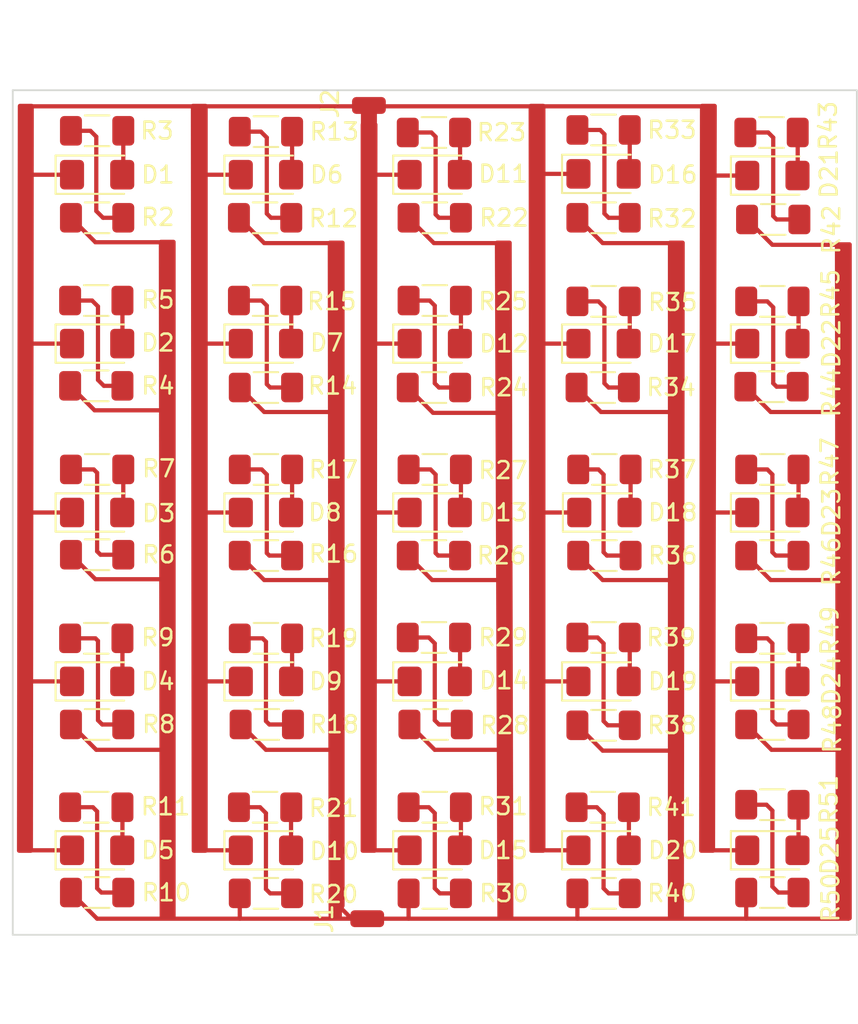
<source format=kicad_pcb>
(kicad_pcb (version 20221018) (generator pcbnew)
  (layers (0 "F.Cu" signal) (31 "B.Cu" signal) (34 "B.Paste" user) (35 "F.Paste" user) (36 "B.SilkS" user "B.Silkscreen") (37 "F.SilkS" user "F.Silkscreen") (38 "B.Mask" user) (39 "F.Mask" user) (44 "Edge.Cuts" user))
  (net 0 "")
  (net 1 "GND")
  (net 2 "Net-(D1-A)")
  (net 3 "Net-(D2-A)")
  (net 4 "Net-(D3-A)")
  (net 5 "Net-(D4-A)")
  (net 6 "Net-(D5-A)")
  (net 7 "Net-(D6-A)")
  (net 8 "Net-(D7-A)")
  (net 9 "Net-(D8-A)")
  (net 10 "Net-(D9-A)")
  (net 11 "Net-(D10-A)")
  (net 12 "Net-(D11-A)")
  (net 13 "Net-(D12-A)")
  (net 14 "Net-(D13-A)")
  (net 15 "Net-(D14-A)")
  (net 16 "Net-(D15-A)")
  (net 17 "Net-(D16-A)")
  (net 18 "Net-(D17-A)")
  (net 19 "Net-(D18-A)")
  (net 20 "Net-(D19-A)")
  (net 21 "Net-(D20-A)")
  (net 22 "Net-(R2-Pad2)")
  (net 23 "Net-(R4-Pad2)")
  (net 24 "Net-(R6-Pad2)")
  (net 25 "Net-(R8-Pad2)")
  (net 26 "Net-(R10-Pad2)")
  (net 27 "Net-(R12-Pad2)")
  (net 28 "Net-(R14-Pad2)")
  (net 29 "Net-(R16-Pad2)")
  (net 30 "Net-(R18-Pad2)")
  (net 31 "Net-(R20-Pad2)")
  (net 32 "Net-(R22-Pad2)")
  (net 33 "Net-(R24-Pad2)")
  (net 34 "Net-(R26-Pad2)")
  (net 35 "Net-(R28-Pad2)")
  (net 36 "Net-(R30-Pad2)")
  (net 37 "Net-(R32-Pad2)")
  (net 38 "Net-(R34-Pad2)")
  (net 39 "Net-(R36-Pad2)")
  (net 40 "Net-(R38-Pad2)")
  (net 41 "Net-(R40-Pad2)")
  (net 42 "Net-(D21-A)")
  (net 43 "Net-(D22-A)")
  (net 44 "Net-(D23-A)")
  (net 45 "Net-(D24-A)")
  (net 46 "Net-(D25-A)")
  (net 47 "Net-(R42-Pad2)")
  (net 48 "Net-(R44-Pad2)")
  (net 49 "Net-(R46-Pad2)")
  (net 50 "Net-(R48-Pad2)")
  (net 51 "Net-(R50-Pad2)")
  (net 52 "+5V")
  (footprint "Resistor_SMD:R_1206_3216Metric_Pad1.30x1.75mm_HandSolder" (layer "F.Cu") (at 104.95 72.45)
    (fp_text reference "R5")
    (fp_text value "500")
  )
  (footprint "Resistor_SMD:R_1206_3216Metric_Pad1.30x1.75mm_HandSolder" (layer "F.Cu") (at 105 87.5)
    (fp_text reference "R6")
    (fp_text value "0")
  )
  (footprint "Diode_SMD:D_1206_3216Metric_Pad1.42x1.75mm_HandSolder" (layer "F.Cu") (at 105 75)
    (fp_text reference "D2")
    (fp_text value "LED")
  )
  (footprint "Connector_Wire:SolderWirePad_1x01_SMD_1x2mm" (layer "F.Cu") (at 121 109.05 90)
    (fp_text reference "J1")
    (fp_text value "Conn_01x01_Pin")
  )
  (footprint "Resistor_SMD:R_1206_3216Metric_Pad1.30x1.75mm_HandSolder" (layer "F.Cu") (at 135 107.55)
    (fp_text reference "R40")
    (fp_text value "0")
  )
  (footprint "Diode_SMD:D_1206_3216Metric_Pad1.42x1.75mm_HandSolder" (layer "F.Cu") (at 135 64.95)
    (fp_text reference "D16")
    (fp_text value "LED")
  )
  (footprint "Diode_SMD:D_1206_3216Metric_Pad1.42x1.75mm_HandSolder" (layer "F.Cu") (at 135 105)
    (fp_text reference "D20")
    (fp_text value "LED")
  )
  (footprint "Resistor_SMD:R_1206_3216Metric_Pad1.30x1.75mm_HandSolder" (layer "F.Cu") (at 105 62.4)
    (fp_text reference "R3")
    (fp_text value "500")
  )
  (footprint "Resistor_SMD:R_1206_3216Metric_Pad1.30x1.75mm_HandSolder" (layer "F.Cu") (at 115 107.55)
    (fp_text reference "R20")
    (fp_text value "0")
  )
  (footprint "Diode_SMD:D_1206_3216Metric_Pad1.42x1.75mm_HandSolder" (layer "F.Cu") (at 145 105)
    (fp_text reference "D25")
    (fp_text value "LED")
  )
  (footprint "Diode_SMD:D_1206_3216Metric_Pad1.42x1.75mm_HandSolder" (layer "F.Cu") (at 105 65)
    (fp_text reference "D1")
    (fp_text value "LED")
  )
  (footprint "Connector_Wire:SolderWirePad_1x01_SMD_1x2mm" (layer "F.Cu") (at 121.1 60.9 90)
    (fp_text reference "J2")
    (fp_text value "Conn_01x01_Pin")
  )
  (footprint "Resistor_SMD:R_1206_3216Metric_Pad1.30x1.75mm_HandSolder" (layer "F.Cu") (at 115 92.45)
    (fp_text reference "R19")
    (fp_text value "500")
  )
  (footprint "Resistor_SMD:R_1206_3216Metric_Pad1.30x1.75mm_HandSolder" (layer "F.Cu") (at 105 67.55)
    (fp_text reference "R2")
    (fp_text value "0")
  )
  (footprint "Diode_SMD:D_1206_3216Metric_Pad1.42x1.75mm_HandSolder" (layer "F.Cu") (at 125 75)
    (fp_text reference "D12")
    (fp_text value "LED")
  )
  (footprint "Resistor_SMD:R_1206_3216Metric_Pad1.30x1.75mm_HandSolder" (layer "F.Cu") (at 125 107.55)
    (fp_text reference "R30")
    (fp_text value "0")
  )
  (footprint "Diode_SMD:D_1206_3216Metric_Pad1.42x1.75mm_HandSolder" (layer "F.Cu") (at 105 95)
    (fp_text reference "D4")
    (fp_text value "LED")
  )
  (footprint "Diode_SMD:D_1206_3216Metric_Pad1.42x1.75mm_HandSolder" (layer "F.Cu") (at 135 95)
    (fp_text reference "D19")
    (fp_text value "LED")
  )
  (footprint "Resistor_SMD:R_1206_3216Metric_Pad1.30x1.75mm_HandSolder" (layer "F.Cu") (at 124.95 92.4)
    (fp_text reference "R29")
    (fp_text value "500")
  )
  (footprint "Diode_SMD:D_1206_3216Metric_Pad1.42x1.75mm_HandSolder" (layer "F.Cu") (at 145 75)
    (fp_text reference "D22")
    (fp_text value "LED")
  )
  (footprint "Resistor_SMD:R_1206_3216Metric_Pad1.30x1.75mm_HandSolder" (layer "F.Cu") (at 135 97.6)
    (fp_text reference "R38")
    (fp_text value "0")
  )
  (footprint "Resistor_SMD:R_1206_3216Metric_Pad1.30x1.75mm_HandSolder" (layer "F.Cu") (at 125 72.45)
    (fp_text reference "R25")
    (fp_text value "500")
  )
  (footprint "Resistor_SMD:R_1206_3216Metric_Pad1.30x1.75mm_HandSolder" (layer "F.Cu") (at 125 82.45)
    (fp_text reference "R27")
    (fp_text value "500")
  )
  (footprint "Diode_SMD:D_1206_3216Metric_Pad1.42x1.75mm_HandSolder" (layer "F.Cu") (at 145 65.05)
    (fp_text reference "D21")
    (fp_text value "LED")
  )
  (footprint "Resistor_SMD:R_1206_3216Metric_Pad1.30x1.75mm_HandSolder" (layer "F.Cu") (at 104.95 77.5)
    (fp_text reference "R4")
    (fp_text value "0")
  )
  (footprint "Resistor_SMD:R_1206_3216Metric_Pad1.30x1.75mm_HandSolder" (layer "F.Cu") (at 115 62.45)
    (fp_text reference "R13")
    (fp_text value "500")
  )
  (footprint "Diode_SMD:D_1206_3216Metric_Pad1.42x1.75mm_HandSolder" (layer "F.Cu") (at 115 65)
    (fp_text reference "D6")
    (fp_text value "LED")
  )
  (footprint "Diode_SMD:D_1206_3216Metric_Pad1.42x1.75mm_HandSolder" (layer "F.Cu") (at 125 65)
    (fp_text reference "D11")
    (fp_text value "LED")
  )
  (footprint "Resistor_SMD:R_1206_3216Metric_Pad1.30x1.75mm_HandSolder" (layer "F.Cu") (at 114.95 72.45)
    (fp_text reference "R15")
    (fp_text value "500")
  )
  (footprint "Resistor_SMD:R_1206_3216Metric_Pad1.30x1.75mm_HandSolder" (layer "F.Cu") (at 135 62.35)
    (fp_text reference "R33")
    (fp_text value "500")
  )
  (footprint "Resistor_SMD:R_1206_3216Metric_Pad1.30x1.75mm_HandSolder" (layer "F.Cu") (at 145.05 67.65)
    (fp_text reference "R42")
    (fp_text value "0")
  )
  (footprint "Diode_SMD:D_1206_3216Metric_Pad1.42x1.75mm_HandSolder" (layer "F.Cu") (at 125 85)
    (fp_text reference "D13")
    (fp_text value "LED")
  )
  (footprint "Diode_SMD:D_1206_3216Metric_Pad1.42x1.75mm_HandSolder" (layer "F.Cu") (at 125 95)
    (fp_text reference "D14")
    (fp_text value "LED")
  )
  (footprint "Resistor_SMD:R_1206_3216Metric_Pad1.30x1.75mm_HandSolder" (layer "F.Cu") (at 144.95 77.55)
    (fp_text reference "R44")
    (fp_text value "0")
  )
  (footprint "Resistor_SMD:R_1206_3216Metric_Pad1.30x1.75mm_HandSolder" (layer "F.Cu") (at 114.95 102.45)
    (fp_text reference "R21")
    (fp_text value "500")
  )
  (footprint "Resistor_SMD:R_1206_3216Metric_Pad1.30x1.75mm_HandSolder" (layer "F.Cu") (at 145 82.45)
    (fp_text reference "R47")
    (fp_text value "500")
  )
  (footprint "Resistor_SMD:R_1206_3216Metric_Pad1.30x1.75mm_HandSolder" (layer "F.Cu") (at 144.95 62.5)
    (fp_text reference "R43")
    (fp_text value "500")
  )
  (footprint "Resistor_SMD:R_1206_3216Metric_Pad1.30x1.75mm_HandSolder" (layer "F.Cu") (at 105 97.55)
    (fp_text reference "R8")
    (fp_text value "0")
  )
  (footprint "Resistor_SMD:R_1206_3216Metric_Pad1.30x1.75mm_HandSolder" (layer "F.Cu") (at 124.95 87.55)
    (fp_text reference "R26")
    (fp_text value "0")
  )
  (footprint "Resistor_SMD:R_1206_3216Metric_Pad1.30x1.75mm_HandSolder" (layer "F.Cu") (at 145 97.55)
    (fp_text reference "R48")
    (fp_text value "0")
  )
  (footprint "Resistor_SMD:R_1206_3216Metric_Pad1.30x1.75mm_HandSolder" (layer "F.Cu") (at 134.95 77.6)
    (fp_text reference "R34")
    (fp_text value "0")
  )
  (footprint "Resistor_SMD:R_1206_3216Metric_Pad1.30x1.75mm_HandSolder" (layer "F.Cu") (at 124.95 62.5)
    (fp_text reference "R23")
    (fp_text value "500")
  )
  (footprint "Resistor_SMD:R_1206_3216Metric_Pad1.30x1.75mm_HandSolder" (layer "F.Cu") (at 145 87.55)
    (fp_text reference "R46")
    (fp_text value "0")
  )
  (footprint "Resistor_SMD:R_1206_3216Metric_Pad1.30x1.75mm_HandSolder" (layer "F.Cu") (at 125 102.45)
    (fp_text reference "R31")
    (fp_text value "500")
  )
  (footprint "Diode_SMD:D_1206_3216Metric_Pad1.42x1.75mm_HandSolder" (layer "F.Cu") (at 145 85)
    (fp_text reference "D23")
    (fp_text value "LED")
  )
  (footprint "Resistor_SMD:R_1206_3216Metric_Pad1.30x1.75mm_HandSolder" (layer "F.Cu") (at 145 72.5)
    (fp_text reference "R45")
    (fp_text value "500")
  )
  (footprint "Resistor_SMD:R_1206_3216Metric_Pad1.30x1.75mm_HandSolder" (layer "F.Cu") (at 145 107.5)
    (fp_text reference "R50")
    (fp_text value "0")
  )
  (footprint "Resistor_SMD:R_1206_3216Metric_Pad1.30x1.75mm_HandSolder" (layer "F.Cu") (at 135.05 82.45)
    (fp_text reference "R37")
    (fp_text value "500")
  )
  (footprint "Diode_SMD:D_1206_3216Metric_Pad1.42x1.75mm_HandSolder" (layer "F.Cu") (at 135 75)
    (fp_text reference "D17")
    (fp_text value "LED")
  )
  (footprint "Resistor_SMD:R_1206_3216Metric_Pad1.30x1.75mm_HandSolder" (layer "F.Cu") (at 135 67.55)
    (fp_text reference "R32")
    (fp_text value "0")
  )
  (footprint "Resistor_SMD:R_1206_3216Metric_Pad1.30x1.75mm_HandSolder" (layer "F.Cu") (at 105 82.45)
    (fp_text reference "R7")
    (fp_text value "500")
  )
  (footprint "Resistor_SMD:R_1206_3216Metric_Pad1.30x1.75mm_HandSolder" (layer "F.Cu") (at 125 67.55)
    (fp_text reference "R22")
    (fp_text value "0")
  )
  (footprint "Diode_SMD:D_1206_3216Metric_Pad1.42x1.75mm_HandSolder" (layer "F.Cu") (at 115 95)
    (fp_text reference "D9")
    (fp_text value "LED")
  )
  (footprint "Diode_SMD:D_1206_3216Metric_Pad1.42x1.75mm_HandSolder" (layer "F.Cu") (at 125 105)
    (fp_text reference "D15")
    (fp_text value "LED")
  )
  (footprint "Diode_SMD:D_1206_3216Metric_Pad1.42x1.75mm_HandSolder" (layer "F.Cu") (at 115 85)
    (fp_text reference "D8")
    (fp_text value "LED")
  )
  (footprint "Resistor_SMD:R_1206_3216Metric_Pad1.30x1.75mm_HandSolder" (layer "F.Cu") (at 115 77.6)
    (fp_text reference "R14")
    (fp_text value "0")
  )
  (footprint "Resistor_SMD:R_1206_3216Metric_Pad1.30x1.75mm_HandSolder" (layer "F.Cu") (at 115.05 97.55)
    (fp_text reference "R18")
    (fp_text value "0")
  )
  (footprint "Resistor_SMD:R_1206_3216Metric_Pad1.30x1.75mm_HandSolder" (layer "F.Cu") (at 125.05 97.55)
    (fp_text reference "R28")
    (fp_text value "0")
  )
  (footprint "Diode_SMD:D_1206_3216Metric_Pad1.42x1.75mm_HandSolder" (layer "F.Cu") (at 145 95)
    (fp_text reference "D24")
    (fp_text value "LED")
  )
  (footprint "Resistor_SMD:R_1206_3216Metric_Pad1.30x1.75mm_HandSolder" (layer "F.Cu") (at 145 102.3)
    (fp_text reference "R51")
    (fp_text value "500")
  )
  (footprint "Resistor_SMD:R_1206_3216Metric_Pad1.30x1.75mm_HandSolder" (layer "F.Cu") (at 115 82.45)
    (fp_text reference "R17")
    (fp_text value "500")
  )
  (footprint "Diode_SMD:D_1206_3216Metric_Pad1.42x1.75mm_HandSolder" (layer "F.Cu") (at 105 85)
    (fp_text reference "D3")
    (fp_text value "LED")
  )
  (footprint "Diode_SMD:D_1206_3216Metric_Pad1.42x1.75mm_HandSolder" (layer "F.Cu") (at 105 105)
    (fp_text reference "D5")
    (fp_text value "LED")
  )
  (footprint "Diode_SMD:D_1206_3216Metric_Pad1.42x1.75mm_HandSolder" (layer "F.Cu") (at 135.05 85)
    (fp_text reference "D18")
    (fp_text value "LED")
  )
  (footprint "Diode_SMD:D_1206_3216Metric_Pad1.42x1.75mm_HandSolder" (layer "F.Cu") (at 115 75)
    (fp_text reference "D7")
    (fp_text value "LED")
  )
  (footprint "Resistor_SMD:R_1206_3216Metric_Pad1.30x1.75mm_HandSolder" (layer "F.Cu") (at 135.05 87.55)
    (fp_text reference "R36")
    (fp_text value "0")
  )
  (footprint "Resistor_SMD:R_1206_3216Metric_Pad1.30x1.75mm_HandSolder" (layer "F.Cu") (at 145 92.45)
    (fp_text reference "R49")
    (fp_text value "500")
  )
  (footprint "Resistor_SMD:R_1206_3216Metric_Pad1.30x1.75mm_HandSolder" (layer "F.Cu") (at 114.95 67.55)
    (fp_text reference "R12")
    (fp_text value "0")
  )
  (footprint "Resistor_SMD:R_1206_3216Metric_Pad1.30x1.75mm_HandSolder" (layer "F.Cu") (at 105 107.5)
    (fp_text reference "R10")
    (fp_text value "0")
  )
  (footprint "Resistor_SMD:R_1206_3216Metric_Pad1.30x1.75mm_HandSolder" (layer "F.Cu") (at 135 72.5)
    (fp_text reference "R35")
    (fp_text value "500")
  )
  (footprint "Resistor_SMD:R_1206_3216Metric_Pad1.30x1.75mm_HandSolder" (layer "F.Cu") (at 104.95 92.45)
    (fp_text reference "R9")
    (fp_text value "500")
  )
  (footprint "Resistor_SMD:R_1206_3216Metric_Pad1.30x1.75mm_HandSolder" (layer "F.Cu") (at 134.95 102.45)
    (fp_text reference "R41")
    (fp_text value "500")
  )
  (footprint "Resistor_SMD:R_1206_3216Metric_Pad1.30x1.75mm_HandSolder" (layer "F.Cu") (at 124.95 77.6)
    (fp_text reference "R24")
    (fp_text value "0")
  )
  (footprint "Resistor_SMD:R_1206_3216Metric_Pad1.30x1.75mm_HandSolder" (layer "F.Cu") (at 135 92.4)
    (fp_text reference "R39")
    (fp_text value "500")
  )
  (footprint "Diode_SMD:D_1206_3216Metric_Pad1.42x1.75mm_HandSolder" (layer "F.Cu") (at 115 105)
    (fp_text reference "D10")
    (fp_text value "LED")
  )
  (footprint "Resistor_SMD:R_1206_3216Metric_Pad1.30x1.75mm_HandSolder" (layer "F.Cu") (at 104.95 102.45)
    (fp_text reference "R11")
    (fp_text value "500")
  )
  (footprint "Resistor_SMD:R_1206_3216Metric_Pad1.30x1.75mm_HandSolder" (layer "F.Cu") (at 115 87.55)
    (fp_text reference "R16")
    (fp_text value "0")
  )
  (gr_line (start 150 110) (end 100 110) (stroke (width 0.1)) (layer "Edge.Cuts"))
  (gr_line (start 100 110) (end 100 60) (stroke (width 0.1)) (layer "Edge.Cuts"))
  (gr_line (start 150 60) (end 150 110) (stroke (width 0.1)) (layer "Edge.Cuts"))
  (gr_line (start 100 60) (end 150 60) (stroke (width 0.1)) (layer "Edge.Cuts"))
  (segment (start 113.5125 105) (end 111.45 105) (width 0.25) (layer "F.Cu") (net 1))
  (segment (start 100.55 95) (end 100.5 95.05) (width 0.25) (layer "F.Cu") (net 1))
  (segment (start 121.1 60.9) (end 120.75 61.25) (width 0.25) (layer "F.Cu") (net 1))
  (segment (start 133.5125 105) (end 131.55 105) (width 0.25) (layer "F.Cu") (net 1))
  (segment (start 123.5125 75) (end 121.2 75) (width 0.25) (layer "F.Cu") (net 1))
  (segment (start 133.5625 85) (end 131.15 85) (width 0.25) (layer "F.Cu") (net 1))
  (segment (start 113.5125 65) (end 111.15 65) (width 0.25) (layer "F.Cu") (net 1))
  (segment (start 123.5125 95) (end 121.3 95) (width 0.25) (layer "F.Cu") (net 1))
  (segment (start 133.5125 75) (end 131.15 75) (width 0.25) (layer "F.Cu") (net 1))
  (segment (start 123.5125 105) (end 121 105) (width 0.25) (layer "F.Cu") (net 1))
  (segment (start 120.85 60.95) (end 100.75 60.95) (width 0.25) (layer "F.Cu") (net 1))
  (segment (start 111.25 75) (end 111.2 75.05) (width 0.25) (layer "F.Cu") (net 1))
  (segment (start 103.5125 105) (end 100.5 105) (width 0.25) (layer "F.Cu") (net 1))
  (segment (start 123.5125 85) (end 121.25 85) (width 0.25) (layer "F.Cu") (net 1))
  (segment (start 103.5125 75) (end 100.6 75) (width 0.25) (layer "F.Cu") (net 1))
  (segment (start 143.5125 85) (end 141.55 85) (width 0.25) (layer "F.Cu") (net 1))
  (segment (start 141.1 60.95) (end 141.25 61.1) (width 0.25) (layer "F.Cu") (net 1))
  (segment (start 143.5125 95) (end 141.2 95) (width 0.25) (layer "F.Cu") (net 1))
  (segment (start 143.5125 65.05) (end 141.55 65.05) (width 0.25) (layer "F.Cu") (net 1))
  (segment (start 103.5125 85) (end 100.5 85) (width 0.25) (layer "F.Cu") (net 1))
  (segment (start 103.5125 65) (end 100.85 65) (width 0.25) (layer "F.Cu") (net 1))
  (segment (start 113.5125 85) (end 111.3 85) (width 0.25) (layer "F.Cu") (net 1))
  (segment (start 121.45 61.25) (end 121.45 61.9) (width 0.25) (layer "F.Cu") (net 1))
  (segment (start 120.75 61.25) (end 120.75 61.95) (width 0.25) (layer "F.Cu") (net 1))
  (segment (start 133.5125 95) (end 131.1 95) (width 0.25) (layer "F.Cu") (net 1))
  (segment (start 131.2 64.95) (end 131.1 65.05) (width 0.25) (layer "F.Cu") (net 1))
  (segment (start 141.35 105) (end 143.5125 105) (width 0.25) (layer "F.Cu") (net 1))
  (segment (start 121.1 60.9) (end 121.45 61.25) (width 0.25) (layer "F.Cu") (net 1))
  (segment (start 123.5125 65) (end 121.1 65) (width 0.25) (layer "F.Cu") (net 1))
  (segment (start 113.5125 75) (end 111.25 75) (width 0.25) (layer "F.Cu") (net 1))
  (segment (start 113.5125 95) (end 111.4 95) (width 0.25) (layer "F.Cu") (net 1))
  (segment (start 103.5125 95) (end 100.55 95) (width 0.25) (layer "F.Cu") (net 1))
  (segment (start 120.85 60.95) (end 141.1 60.95) (width 0.25) (layer "F.Cu") (net 1))
  (segment (start 143.5125 75) (end 141.2 75) (width 0.25) (layer "F.Cu") (net 1))
  (segment (start 133.5125 64.95) (end 131.2 64.95) (width 0.25) (layer "F.Cu") (net 1))
  (segment (start 106.55 64.9375) (end 106.4875 65) (width 0.25) (layer "F.Cu") (net 2))
  (segment (start 106.55 62.4) (end 106.55 64.9375) (width 0.25) (layer "F.Cu") (net 2))
  (segment (start 106.5 74.9875) (end 106.4875 75) (width 0.25) (layer "F.Cu") (net 3))
  (segment (start 106.5 72.45) (end 106.5 74.9875) (width 0.25) (layer "F.Cu") (net 3))
  (segment (start 106.55 82.45) (end 106.55 84.9375) (width 0.25) (layer "F.Cu") (net 4))
  (segment (start 106.55 84.9375) (end 106.4875 85) (width 0.25) (layer "F.Cu") (net 4))
  (segment (start 106.5 94.9875) (end 106.4875 95) (width 0.25) (layer "F.Cu") (net 5))
  (segment (start 106.5 92.45) (end 106.5 94.9875) (width 0.25) (layer "F.Cu") (net 5))
  (segment (start 106.5 104.9875) (end 106.4875 105) (width 0.25) (layer "F.Cu") (net 6))
  (segment (start 106.5 102.45) (end 106.5 104.9875) (width 0.25) (layer "F.Cu") (net 6))
  (segment (start 116.55 64.9375) (end 116.4875 65) (width 0.25) (layer "F.Cu") (net 7))
  (segment (start 116.55 62.45) (end 116.55 64.9375) (width 0.25) (layer "F.Cu") (net 7))
  (segment (start 116.5 72.45) (end 116.5 74.9875) (width 0.25) (layer "F.Cu") (net 8))
  (segment (start 116.5 74.9875) (end 116.4875 75) (width 0.25) (layer "F.Cu") (net 8))
  (segment (start 116.55 82.45) (end 116.55 84.9375) (width 0.25) (layer "F.Cu") (net 9))
  (segment (start 116.55 84.9375) (end 116.4875 85) (width 0.25) (layer "F.Cu") (net 9))
  (segment (start 116.55 92.45) (end 116.55 94.9375) (width 0.25) (layer "F.Cu") (net 10))
  (segment (start 116.55 94.9375) (end 116.4875 95) (width 0.25) (layer "F.Cu") (net 10))
  (segment (start 116.4875 105) (end 116.4875 102.4625) (width 0.25) (layer "F.Cu") (net 11))
  (segment (start 116.4875 102.4625) (end 116.5 102.45) (width 0.25) (layer "F.Cu") (net 11))
  (segment (start 126.5 62.5) (end 126.5 64.9875) (width 0.25) (layer "F.Cu") (net 12))
  (segment (start 126.5 64.9875) (end 126.4875 65) (width 0.25) (layer "F.Cu") (net 12))
  (segment (start 126.55 72.45) (end 126.55 74.9375) (width 0.25) (layer "F.Cu") (net 13))
  (segment (start 126.55 74.9375) (end 126.4875 75) (width 0.25) (layer "F.Cu") (net 13))
  (segment (start 126.55 82.45) (end 126.55 84.9375) (width 0.25) (layer "F.Cu") (net 14))
  (segment (start 126.55 84.9375) (end 126.4875 85) (width 0.25) (layer "F.Cu") (net 14))
  (segment (start 126.5 92.4) (end 126.5 94.9875) (width 0.25) (layer "F.Cu") (net 15))
  (segment (start 126.5 94.9875) (end 126.4875 95) (width 0.25) (layer "F.Cu") (net 15))
  (segment (start 126.55 102.45) (end 126.55 104.9375) (width 0.25) (layer "F.Cu") (net 16))
  (segment (start 126.55 104.9375) (end 126.4875 105) (width 0.25) (layer "F.Cu") (net 16))
  (segment (start 136.55 62.35) (end 136.55 64.8875) (width 0.25) (layer "F.Cu") (net 17))
  (segment (start 136.55 64.8875) (end 136.4875 64.95) (width 0.25) (layer "F.Cu") (net 17))
  (segment (start 136.55 74.9375) (end 136.4875 75) (width 0.25) (layer "F.Cu") (net 18))
  (segment (start 136.55 72.5) (end 136.55 74.9375) (width 0.25) (layer "F.Cu") (net 18))
  (segment (start 136.6 82.45) (end 136.6 84.9375) (width 0.25) (layer "F.Cu") (net 19))
  (segment (start 136.6 84.9375) (end 136.5375 85) (width 0.25) (layer "F.Cu") (net 19))
  (segment (start 136.55 94.9375) (end 136.4875 95) (width 0.25) (layer "F.Cu") (net 20))
  (segment (start 136.55 92.4) (end 136.55 94.9375) (width 0.25) (layer "F.Cu") (net 20))
  (segment (start 136.5 104.9875) (end 136.4875 105) (width 0.25) (layer "F.Cu") (net 21))
  (segment (start 136.5 102.45) (end 136.5 104.9875) (width 0.25) (layer "F.Cu") (net 21))
  (segment (start 104.95 67.15) (end 104.95 62.75) (width 0.25) (layer "F.Cu") (net 22))
  (segment (start 104.95 62.75) (end 104.6 62.4) (width 0.25) (layer "F.Cu") (net 22))
  (segment (start 105.35 67.55) (end 104.95 67.15) (width 0.25) (layer "F.Cu") (net 22))
  (segment (start 104.6 62.4) (end 103.45 62.4) (width 0.25) (layer "F.Cu") (net 22))
  (segment (start 106.55 67.55) (end 105.35 67.55) (width 0.25) (layer "F.Cu") (net 22))
  (segment (start 105.4 77.5) (end 105.05 77.15) (width 0.25) (layer "F.Cu") (net 23))
  (segment (start 106.5 77.5) (end 105.4 77.5) (width 0.25) (layer "F.Cu") (net 23))
  (segment (start 105.05 72.8) (end 104.7 72.45) (width 0.25) (layer "F.Cu") (net 23))
  (segment (start 104.7 72.45) (end 103.4 72.45) (width 0.25) (layer "F.Cu") (net 23))
  (segment (start 105.05 77.15) (end 105.05 72.8) (width 0.25) (layer "F.Cu") (net 23))
  (segment (start 105.2 87.5) (end 105 87.3) (width 0.25) (layer "F.Cu") (net 24))
  (segment (start 105 82.65) (end 104.8 82.45) (width 0.25) (layer "F.Cu") (net 24))
  (segment (start 105 87.3) (end 105 82.65) (width 0.25) (layer "F.Cu") (net 24))
  (segment (start 106.55 87.5) (end 105.2 87.5) (width 0.25) (layer "F.Cu") (net 24))
  (segment (start 104.8 82.45) (end 103.45 82.45) (width 0.25) (layer "F.Cu") (net 24))
  (segment (start 105.3 97.55) (end 105.05 97.3) (width 0.25) (layer "F.Cu") (net 25))
  (segment (start 106.55 97.55) (end 105.3 97.55) (width 0.25) (layer "F.Cu") (net 25))
  (segment (start 105.05 92.6) (end 104.9 92.45) (width 0.25) (layer "F.Cu") (net 25))
  (segment (start 104.9 92.45) (end 103.4 92.45) (width 0.25) (layer "F.Cu") (net 25))
  (segment (start 105.05 97.3) (end 105.05 92.6) (width 0.25) (layer "F.Cu") (net 25))
  (segment (start 105 102.7) (end 104.75 102.45) (width 0.25) (layer "F.Cu") (net 26))
  (segment (start 106.55 107.5) (end 105.25 107.5) (width 0.25) (layer "F.Cu") (net 26))
  (segment (start 104.75 102.45) (end 103.4 102.45) (width 0.25) (layer "F.Cu") (net 26))
  (segment (start 105 107.25) (end 105 102.7) (width 0.25) (layer "F.Cu") (net 26))
  (segment (start 105.25 107.5) (end 105 107.25) (width 0.25) (layer "F.Cu") (net 26))
  (segment (start 115.05 62.8) (end 114.7 62.45) (width 0.25) (layer "F.Cu") (net 27))
  (segment (start 115.3 67.55) (end 115.05 67.3) (width 0.25) (layer "F.Cu") (net 27))
  (segment (start 116.5 67.55) (end 115.3 67.55) (width 0.25) (layer "F.Cu") (net 27))
  (segment (start 114.7 62.45) (end 113.45 62.45) (width 0.25) (layer "F.Cu") (net 27))
  (segment (start 115.05 67.3) (end 115.05 62.8) (width 0.25) (layer "F.Cu") (net 27))
  (segment (start 115.25 77.6) (end 115.05 77.4) (width 0.25) (layer "F.Cu") (net 28))
  (segment (start 114.75 72.45) (end 113.4 72.45) (width 0.25) (layer "F.Cu") (net 28))
  (segment (start 115.05 77.4) (end 115.05 72.75) (width 0.25) (layer "F.Cu") (net 28))
  (segment (start 115.05 72.75) (end 114.75 72.45) (width 0.25) (layer "F.Cu") (net 28))
  (segment (start 116.55 77.6) (end 115.25 77.6) (width 0.25) (layer "F.Cu") (net 28))
  (segment (start 115.05 82.75) (end 114.75 82.45) (width 0.25) (layer "F.Cu") (net 29))
  (segment (start 115.05 87.4) (end 115.05 82.75) (width 0.25) (layer "F.Cu") (net 29))
  (segment (start 116.55 87.55) (end 115.2 87.55) (width 0.25) (layer "F.Cu") (net 29))
  (segment (start 115.2 87.55) (end 115.05 87.4) (width 0.25) (layer "F.Cu") (net 29))
  (segment (start 114.75 82.45) (end 113.45 82.45) (width 0.25) (layer "F.Cu") (net 29))
  (segment (start 115 92.65) (end 114.8 92.45) (width 0.25) (layer "F.Cu") (net 30))
  (segment (start 115 97.35) (end 115 92.65) (width 0.25) (layer "F.Cu") (net 30))
  (segment (start 115.2 97.55) (end 115 97.35) (width 0.25) (layer "F.Cu") (net 30))
  (segment (start 114.8 92.45) (end 113.45 92.45) (width 0.25) (layer "F.Cu") (net 30))
  (segment (start 116.6 97.55) (end 115.2 97.55) (width 0.25) (layer "F.Cu") (net 30))
  (segment (start 116.55 107.55) (end 115.25 107.55) (width 0.25) (layer "F.Cu") (net 31))
  (segment (start 115 107.3) (end 115 102.8) (width 0.25) (layer "F.Cu") (net 31))
  (segment (start 115.25 107.55) (end 115 107.3) (width 0.25) (layer "F.Cu") (net 31))
  (segment (start 115 102.8) (end 114.65 102.45) (width 0.25) (layer "F.Cu") (net 31))
  (segment (start 114.65 102.45) (end 113.4 102.45) (width 0.25) (layer "F.Cu") (net 31))
  (segment (start 125.05 62.75) (end 124.8 62.5) (width 0.25) (layer "F.Cu") (net 32))
  (segment (start 125.05 67.35) (end 125.05 62.75) (width 0.25) (layer "F.Cu") (net 32))
  (segment (start 126.55 67.55) (end 125.25 67.55) (width 0.25) (layer "F.Cu") (net 32))
  (segment (start 124.8 62.5) (end 123.4 62.5) (width 0.25) (layer "F.Cu") (net 32))
  (segment (start 125.25 67.55) (end 125.05 67.35) (width 0.25) (layer "F.Cu") (net 32))
  (segment (start 124.7 72.45) (end 123.45 72.45) (width 0.25) (layer "F.Cu") (net 33))
  (segment (start 126.5 77.6) (end 125.25 77.6) (width 0.25) (layer "F.Cu") (net 33))
  (segment (start 125 72.75) (end 124.7 72.45) (width 0.25) (layer "F.Cu") (net 33))
  (segment (start 125.25 77.6) (end 125 77.35) (width 0.25) (layer "F.Cu") (net 33))
  (segment (start 125 77.35) (end 125 72.75) (width 0.25) (layer "F.Cu") (net 33))
  (segment (start 126.5 87.55) (end 125.2 87.55) (width 0.25) (layer "F.Cu") (net 34))
  (segment (start 125.2 87.55) (end 125.05 87.4) (width 0.25) (layer "F.Cu") (net 34))
  (segment (start 125.05 87.4) (end 125.05 82.75) (width 0.25) (layer "F.Cu") (net 34))
  (segment (start 125.05 82.75) (end 124.75 82.45) (width 0.25) (layer "F.Cu") (net 34))
  (segment (start 124.75 82.45) (end 123.45 82.45) (width 0.25) (layer "F.Cu") (net 34))
  (segment (start 125 92.75) (end 124.65 92.4) (width 0.25) (layer "F.Cu") (net 35))
  (segment (start 126.6 97.55) (end 125.25 97.55) (width 0.25) (layer "F.Cu") (net 35))
  (segment (start 125 97.3) (end 125 92.75) (width 0.25) (layer "F.Cu") (net 35))
  (segment (start 125.25 97.55) (end 125 97.3) (width 0.25) (layer "F.Cu") (net 35))
  (segment (start 124.65 92.4) (end 123.4 92.4) (width 0.25) (layer "F.Cu") (net 35))
  (segment (start 126.55 107.55) (end 125.3 107.55) (width 0.25) (layer "F.Cu") (net 36))
  (segment (start 124.65 102.45) (end 123.45 102.45) (width 0.25) (layer "F.Cu") (net 36))
  (segment (start 125.3 107.55) (end 125 107.25) (width 0.25) (layer "F.Cu") (net 36))
  (segment (start 125 107.25) (end 125 102.8) (width 0.25) (layer "F.Cu") (net 36))
  (segment (start 125 102.8) (end 124.65 102.45) (width 0.25) (layer "F.Cu") (net 36))
  (segment (start 135.05 67.3) (end 135.05 62.6) (width 0.25) (layer "F.Cu") (net 37))
  (segment (start 135.05 62.6) (end 134.8 62.35) (width 0.25) (layer "F.Cu") (net 37))
  (segment (start 136.55 67.55) (end 135.3 67.55) (width 0.25) (layer "F.Cu") (net 37))
  (segment (start 134.8 62.35) (end 133.45 62.35) (width 0.25) (layer "F.Cu") (net 37))
  (segment (start 135.3 67.55) (end 135.05 67.3) (width 0.25) (layer "F.Cu") (net 37))
  (segment (start 135.05 77.35) (end 135.05 72.85) (width 0.25) (layer "F.Cu") (net 38))
  (segment (start 135.05 72.85) (end 134.7 72.5) (width 0.25) (layer "F.Cu") (net 38))
  (segment (start 136.5 77.6) (end 135.3 77.6) (width 0.25) (layer "F.Cu") (net 38))
  (segment (start 134.7 72.5) (end 133.45 72.5) (width 0.25) (layer "F.Cu") (net 38))
  (segment (start 135.3 77.6) (end 135.05 77.35) (width 0.25) (layer "F.Cu") (net 38))
  (segment (start 134.7 82.45) (end 133.5 82.45) (width 0.25) (layer "F.Cu") (net 39))
  (segment (start 136.6 87.55) (end 135.2 87.55) (width 0.25) (layer "F.Cu") (net 39))
  (segment (start 135 82.75) (end 134.7 82.45) (width 0.25) (layer "F.Cu") (net 39))
  (segment (start 135 87.35) (end 135 82.75) (width 0.25) (layer "F.Cu") (net 39))
  (segment (start 135.2 87.55) (end 135 87.35) (width 0.25) (layer "F.Cu") (net 39))
  (segment (start 134.65 92.4) (end 133.45 92.4) (width 0.25) (layer "F.Cu") (net 40))
  (segment (start 135 97.35) (end 135 92.75) (width 0.25) (layer "F.Cu") (net 40))
  (segment (start 135 92.75) (end 134.65 92.4) (width 0.25) (layer "F.Cu") (net 40))
  (segment (start 135.25 97.6) (end 135 97.35) (width 0.25) (layer "F.Cu") (net 40))
  (segment (start 136.55 97.6) (end 135.25 97.6) (width 0.25) (layer "F.Cu") (net 40))
  (segment (start 134.6 102.45) (end 133.4 102.45) (width 0.25) (layer "F.Cu") (net 41))
  (segment (start 135.3 107.55) (end 135 107.25) (width 0.25) (layer "F.Cu") (net 41))
  (segment (start 135 102.85) (end 134.6 102.45) (width 0.25) (layer "F.Cu") (net 41))
  (segment (start 135 107.25) (end 135 102.85) (width 0.25) (layer "F.Cu") (net 41))
  (segment (start 136.55 107.55) (end 135.3 107.55) (width 0.25) (layer "F.Cu") (net 41))
  (segment (start 146.5 65.0375) (end 146.4875 65.05) (width 0.25) (layer "F.Cu") (net 42))
  (segment (start 146.5 62.5) (end 146.5 65.0375) (width 0.25) (layer "F.Cu") (net 42))
  (segment (start 146.55 72.5) (end 146.55 74.9375) (width 0.25) (layer "F.Cu") (net 43))
  (segment (start 146.55 74.9375) (end 146.4875 75) (width 0.25) (layer "F.Cu") (net 43))
  (segment (start 146.55 82.45) (end 146.55 84.9375) (width 0.25) (layer "F.Cu") (net 44))
  (segment (start 146.55 84.9375) (end 146.4875 85) (width 0.25) (layer "F.Cu") (net 44))
  (segment (start 146.55 94.9375) (end 146.4875 95) (width 0.25) (layer "F.Cu") (net 45))
  (segment (start 146.55 92.45) (end 146.55 94.9375) (width 0.25) (layer "F.Cu") (net 45))
  (segment (start 146.55 104.9375) (end 146.4875 105) (width 0.25) (layer "F.Cu") (net 46))
  (segment (start 146.55 102.3) (end 146.55 104.9375) (width 0.25) (layer "F.Cu") (net 46))
  (segment (start 146.6 67.65) (end 145.25 67.65) (width 0.25) (layer "F.Cu") (net 47))
  (segment (start 145.25 67.65) (end 145.05 67.45) (width 0.25) (layer "F.Cu") (net 47))
  (segment (start 145.05 62.8) (end 144.75 62.5) (width 0.25) (layer "F.Cu") (net 47))
  (segment (start 144.75 62.5) (end 143.4 62.5) (width 0.25) (layer "F.Cu") (net 47))
  (segment (start 145.05 67.45) (end 145.05 62.8) (width 0.25) (layer "F.Cu") (net 47))
  (segment (start 146.5 77.55) (end 145.25 77.55) (width 0.25) (layer "F.Cu") (net 48))
  (segment (start 145.05 77.35) (end 145.05 72.85) (width 0.25) (layer "F.Cu") (net 48))
  (segment (start 144.7 72.5) (end 143.45 72.5) (width 0.25) (layer "F.Cu") (net 48))
  (segment (start 145.25 77.55) (end 145.05 77.35) (width 0.25) (layer "F.Cu") (net 48))
  (segment (start 145.05 72.85) (end 144.7 72.5) (width 0.25) (layer "F.Cu") (net 48))
  (segment (start 145 87.35) (end 145 82.75) (width 0.25) (layer "F.Cu") (net 49))
  (segment (start 145.2 87.55) (end 145 87.35) (width 0.25) (layer "F.Cu") (net 49))
  (segment (start 145 82.75) (end 144.7 82.45) (width 0.25) (layer "F.Cu") (net 49))
  (segment (start 146.55 87.55) (end 145.2 87.55) (width 0.25) (layer "F.Cu") (net 49))
  (segment (start 144.7 82.45) (end 143.45 82.45) (width 0.25) (layer "F.Cu") (net 49))
  (segment (start 145 97.3) (end 145 92.75) (width 0.25) (layer "F.Cu") (net 50))
  (segment (start 144.7 92.45) (end 143.45 92.45) (width 0.25) (layer "F.Cu") (net 50))
  (segment (start 145 92.75) (end 144.7 92.45) (width 0.25) (layer "F.Cu") (net 50))
  (segment (start 145.25 97.55) (end 145 97.3) (width 0.25) (layer "F.Cu") (net 50))
  (segment (start 146.55 97.55) (end 145.25 97.55) (width 0.25) (layer "F.Cu") (net 50))
  (segment (start 145.35 107.5) (end 145 107.15) (width 0.25) (layer "F.Cu") (net 51))
  (segment (start 145 107.15) (end 145 102.65) (width 0.25) (layer "F.Cu") (net 51))
  (segment (start 144.65 102.3) (end 143.45 102.3) (width 0.25) (layer "F.Cu") (net 51))
  (segment (start 146.55 107.5) (end 145.35 107.5) (width 0.25) (layer "F.Cu") (net 51))
  (segment (start 145 102.65) (end 144.65 102.3) (width 0.25) (layer "F.Cu") (net 51))
  (segment (start 143.45 87.55) (end 144.9 89) (width 0.25) (layer "F.Cu") (net 52))
  (segment (start 125 99.05) (end 129.2 99.05) (width 0.25) (layer "F.Cu") (net 52))
  (segment (start 134.95 89) (end 139.4 89) (width 0.25) (layer "F.Cu") (net 52))
  (segment (start 115 99.05) (end 119.1 99.05) (width 0.25) (layer "F.Cu") (net 52))
  (segment (start 143.45 109.05) (end 149.5 109.05) (width 0.25) (layer "F.Cu") (net 52))
  (segment (start 103.45 107.5) (end 105 109.05) (width 0.25) (layer "F.Cu") (net 52))
  (segment (start 123.45 67.55) (end 124.95 69.05) (width 0.25) (layer "F.Cu") (net 52))
  (segment (start 143.4 77.55) (end 144.9 79.05) (width 0.25) (layer "F.Cu") (net 52))
  (segment (start 133.45 109.05) (end 143.45 109.05) (width 0.25) (layer "F.Cu") (net 52))
  (segment (start 103.45 67.55) (end 104.9 69) (width 0.25) (layer "F.Cu") (net 52))
  (segment (start 119.38 108.3564) (end 119.2276 108.3564) (width 0.25) (layer "F.Cu") (net 52))
  (segment (start 143.45 97.55) (end 144.95 99.05) (width 0.25) (layer "F.Cu") (net 52))
  (segment (start 124.85 89) (end 129.15 89) (width 0.25) (layer "F.Cu") (net 52))
  (segment (start 113.45 87.55) (end 114.9 89) (width 0.25) (layer "F.Cu") (net 52))
  (segment (start 103.4 67.6) (end 103.45 67.55) (width 0.25) (layer "F.Cu") (net 52))
  (segment (start 113.45 109.05) (end 120.9 109.05) (width 0.25) (layer "F.Cu") (net 52))
  (segment (start 114.9 89) (end 119.2 89) (width 0.25) (layer "F.Cu") (net 52))
  (segment (start 103.45 97.55) (end 104.95 99.05) (width 0.25) (layer "F.Cu") (net 52))
  (segment (start 105 109.05) (end 113.45 109.05) (width 0.25) (layer "F.Cu") (net 52))
  (segment (start 144.9 79.05) (end 149.45 79.05) (width 0.25) (layer "F.Cu") (net 52))
  (segment (start 144.9 89) (end 149.45 89) (width 0.25) (layer "F.Cu") (net 52))
  (segment (start 143.45 107.5) (end 143.45 109.05) (width 0.25) (layer "F.Cu") (net 52))
  (segment (start 113.4 67.55) (end 114.9 69.05) (width 0.25) (layer "F.Cu") (net 52))
  (segment (start 123.45 109.05) (end 133.45 109.05) (width 0.25) (layer "F.Cu") (net 52))
  (segment (start 120.9 109.05) (end 123.45 109.05) (width 0.25) (layer "F.Cu") (net 52))
  (segment (start 144.95 99.05) (end 149.45 99.05) (width 0.25) (layer "F.Cu") (net 52))
  (segment (start 123.5 97.55) (end 125 99.05) (width 0.25) (layer "F.Cu") (net 52))
  (segment (start 114.9 69.05) (end 119.2 69.05) (width 0.25) (layer "F.Cu") (net 52))
  (segment (start 143.5 67.65) (end 145 69.15) (width 0.25) (layer "F.Cu") (net 52))
  (segment (start 133.45 107.55) (end 133.45 109.05) (width 0.25) (layer "F.Cu") (net 52))
  (segment (start 124.95 69.05) (end 129.15 69.05) (width 0.25) (layer "F.Cu") (net 52))
  (segment (start 134.95 69.05) (end 139.2 69.05) (width 0.25) (layer "F.Cu") (net 52))
  (segment (start 114.9 79.05) (end 119.2 79.05) (width 0.25) (layer "F.Cu") (net 52))
  (segment (start 145 69.15) (end 149.4 69.15) (width 0.25) (layer "F.Cu") (net 52))
  (segment (start 113.45 77.6) (end 114.9 79.05) (width 0.25) (layer "F.Cu") (net 52))
  (segment (start 103.45 87.5) (end 104.9 88.95) (width 0.25) (layer "F.Cu") (net 52))
  (segment (start 134.95 99.1) (end 139.2 99.1) (width 0.25) (layer "F.Cu") (net 52))
  (segment (start 120.0736 109.05) (end 119.38 108.3564) (width 0.25) (layer "F.Cu") (net 52))
  (segment (start 103.4 77.5) (end 104.85 78.95) (width 0.25) (layer "F.Cu") (net 52))
  (segment (start 133.45 67.55) (end 134.95 69.05) (width 0.25) (layer "F.Cu") (net 52))
  (segment (start 124.9 79.1) (end 129.1 79.1) (width 0.25) (layer "F.Cu") (net 52))
  (segment (start 104.9 88.95) (end 109.15 88.95) (width 0.25) (layer "F.Cu") (net 52))
  (segment (start 149.5 109.05) (end 149.55 109) (width 0.25) (layer "F.Cu") (net 52))
  (segment (start 123.4 87.55) (end 124.85 89) (width 0.25) (layer "F.Cu") (net 52))
  (segment (start 134.85 79.05) (end 139.4 79.05) (width 0.25) (layer "F.Cu") (net 52))
  (segment (start 123.4 77.6) (end 124.9 79.1) (width 0.25) (layer "F.Cu") (net 52))
  (segment (start 104.95 99.05) (end 109.25 99.05) (width 0.25) (layer "F.Cu") (net 52))
  (segment (start 113.5 97.55) (end 115 99.05) (width 0.25) (layer "F.Cu") (net 52))
  (segment (start 104.9 69) (end 109.45 69) (width 0.25) (layer "F.Cu") (net 52))
  (segment (start 104.85 78.95) (end 108.95 78.95) (width 0.25) (layer "F.Cu") (net 52))
  (segment (start 121 109.05) (end 120.0736 109.05) (width 0.25) (layer "F.Cu") (net 52))
  (segment (start 113.45 107.55) (end 113.45 109.05) (width 0.25) (layer "F.Cu") (net 52))
  (segment (start 123.45 107.55) (end 123.45 109.05) (width 0.25) (layer "F.Cu") (net 52))
  (segment (start 133.45 97.6) (end 134.95 99.1) (width 0.25) (layer "F.Cu") (net 52))
  (segment (start 133.4 77.6) (end 134.85 79.05) (width 0.25) (layer "F.Cu") (net 52))
  (segment (start 133.5 87.55) (end 134.95 89) (width 0.25) (layer "F.Cu") (net 52))
  (zone (net 1) (net_name "GND") (layer "F.Cu") (connect_pads (clearance 0.5)) (min_thickness 0.25) (fill yes (thermal_gap 0.5) (thermal_bridge_width 0.5))
    (polygon (pts (xy 110.55 60.8) (xy 111.55 60.8) (xy 111.55 105.15) (xy 110.6 105.15)))
  )
  (zone (net 52) (net_name "+5V") (layer "F.Cu") (connect_pads (clearance 0.5)) (min_thickness 0.25) (fill yes (thermal_gap 0.5) (thermal_bridge_width 0.5))
    (polygon (pts (xy 118.659484 68.9) (xy 119.659484 68.9) (xy 119.659484 109.05) (xy 118.709484 109.05)))
  )
  (zone (net 1) (net_name "GND") (layer "F.Cu") (connect_pads (clearance 0.5)) (min_thickness 0.25) (fill yes (thermal_gap 0.5) (thermal_bridge_width 0.5))
    (polygon (pts (xy 130.558041 60.799528) (xy 131.558041 60.799528) (xy 131.558041 105.149528) (xy 130.608041 105.149528)))
  )
  (zone (net 1) (net_name "GND") (layer "F.Cu") (connect_pads (clearance 0.5)) (min_thickness 0.25) (fill yes (thermal_gap 0.5) (thermal_bridge_width 0.5))
    (polygon (pts (xy 100.3 60.8) (xy 101.25 60.8) (xy 101.2 105.15) (xy 100.25 105.15)))
  )
  (zone (net 1) (net_name "GND") (layer "F.Cu") (connect_pads (clearance 0.5)) (min_thickness 0.25) (fill yes (thermal_gap 0.5) (thermal_bridge_width 0.5))
    (polygon (pts (xy 140.708041 60.799528) (xy 141.708041 60.799528) (xy 141.608041 105.149528) (xy 140.658041 105.149528)))
  )
  (zone (net 52) (net_name "+5V") (layer "F.Cu") (connect_pads (clearance 0.5)) (min_thickness 0.25) (fill yes (thermal_gap 0.5) (thermal_bridge_width 0.5))
    (polygon (pts (xy 148.702053 68.999438) (xy 149.702053 68.999438) (xy 149.702053 109.149438) (xy 148.752053 109.149438)))
  )
  (zone (net 52) (net_name "+5V") (layer "F.Cu") (connect_pads (clearance 0.5)) (min_thickness 0.25) (fill yes (thermal_gap 0.5) (thermal_bridge_width 0.5))
    (polygon (pts (xy 138.809484 68.9) (xy 139.809484 68.9) (xy 139.759484 109.15) (xy 138.809484 109.15)))
  )
  (zone (net 1) (net_name "GND") (layer "F.Cu") (connect_pads (clearance 0.5)) (min_thickness 0.25) (fill yes (thermal_gap 0.5) (thermal_bridge_width 0.5))
    (polygon (pts (xy 120.608841 61.270328) (xy 121.608841 61.270328) (xy 121.558041 105.149528) (xy 120.608041 105.149528)))
  )
  (zone (net 52) (net_name "+5V") (layer "F.Cu") (connect_pads (clearance 0.5)) (min_thickness 0.25) (fill yes (thermal_gap 0.5) (thermal_bridge_width 0.5))
    (polygon (pts (xy 108.651443 68.85) (xy 109.651443 68.85) (xy 109.651443 109.15) (xy 108.701443 109.15)))
  )
  (zone (net 52) (net_name "+5V") (layer "F.Cu") (connect_pads (clearance 0.5)) (min_thickness 0.25) (fill yes (thermal_gap 0.5) (thermal_bridge_width 0.5))
    (polygon (pts (xy 128.559484 68.9) (xy 129.559484 68.9) (xy 129.659484 109.1) (xy 128.709484 109.1)))
  )
)
</source>
